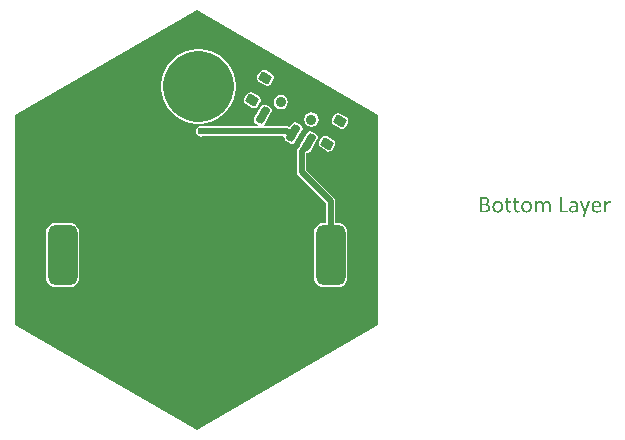
<source format=gbl>
G04*
G04 #@! TF.GenerationSoftware,Altium Limited,Altium Designer,20.1.14 (287)*
G04*
G04 Layer_Physical_Order=2*
G04 Layer_Color=16711680*
%FSLAX44Y44*%
%MOMM*%
G71*
G04*
G04 #@! TF.SameCoordinates,555A517A-9F76-4A69-B8FD-E90865B7C856*
G04*
G04*
G04 #@! TF.FilePolarity,Positive*
G04*
G01*
G75*
%ADD24C,0.5000*%
%ADD25C,0.6000*%
%ADD26C,0.9000*%
G04:AMPARAMS|DCode=27|XSize=0.8mm|YSize=1mm|CornerRadius=0.2mm|HoleSize=0mm|Usage=FLASHONLY|Rotation=240.000|XOffset=0mm|YOffset=0mm|HoleType=Round|Shape=RoundedRectangle|*
%AMROUNDEDRECTD27*
21,1,0.8000,0.6000,0,0,240.0*
21,1,0.4000,1.0000,0,0,240.0*
1,1,0.4000,-0.3598,-0.0232*
1,1,0.4000,-0.1598,0.3232*
1,1,0.4000,0.3598,0.0232*
1,1,0.4000,0.1598,-0.3232*
%
%ADD27ROUNDEDRECTD27*%
G04:AMPARAMS|DCode=28|XSize=0.7mm|YSize=1.5mm|CornerRadius=0.175mm|HoleSize=0mm|Usage=FLASHONLY|Rotation=330.000|XOffset=0mm|YOffset=0mm|HoleType=Round|Shape=RoundedRectangle|*
%AMROUNDEDRECTD28*
21,1,0.7000,1.1500,0,0,330.0*
21,1,0.3500,1.5000,0,0,330.0*
1,1,0.3500,-0.1360,-0.5855*
1,1,0.3500,-0.4391,-0.4105*
1,1,0.3500,0.1360,0.5855*
1,1,0.3500,0.4391,0.4105*
%
%ADD28ROUNDEDRECTD28*%
G04:AMPARAMS|DCode=29|XSize=2.5mm|YSize=5.1mm|CornerRadius=0.625mm|HoleSize=0mm|Usage=FLASHONLY|Rotation=0.000|XOffset=0mm|YOffset=0mm|HoleType=Round|Shape=RoundedRectangle|*
%AMROUNDEDRECTD29*
21,1,2.5000,3.8500,0,0,0.0*
21,1,1.2500,5.1000,0,0,0.0*
1,1,1.2500,0.6250,-1.9250*
1,1,1.2500,-0.6250,-1.9250*
1,1,1.2500,-0.6250,1.9250*
1,1,1.2500,0.6250,1.9250*
%
%ADD29ROUNDEDRECTD29*%
%ADD30C,17.8000*%
%ADD31C,0.2000*%
G36*
X153846Y88823D02*
Y-88823D01*
X0Y-177645D01*
X-153846Y-88823D01*
Y88823D01*
X0Y177645D01*
X153846Y88823D01*
D02*
G37*
G36*
X349473Y15897D02*
X349496D01*
X349566Y15874D01*
X349681Y15850D01*
X349797Y15827D01*
X349820D01*
X349913Y15804D01*
X350005Y15781D01*
X350121Y15735D01*
X350144D01*
X350213Y15712D01*
X350283Y15688D01*
X350329Y15642D01*
X350352D01*
X350375Y15619D01*
X350422Y15550D01*
X350445Y15526D01*
Y15434D01*
Y15411D01*
X350468Y15388D01*
Y15318D01*
Y15226D01*
Y15202D01*
X350491Y15133D01*
Y15041D01*
Y14879D01*
Y14832D01*
Y14740D01*
Y14624D01*
X350468Y14508D01*
Y14485D01*
Y14439D01*
X350422Y14277D01*
Y14254D01*
X350399Y14231D01*
X350352Y14138D01*
X350329Y14115D01*
X350237Y14092D01*
X350167D01*
X350028Y14138D01*
X350005D01*
X349959Y14161D01*
X349866Y14208D01*
X349774Y14231D01*
X349751D01*
X349681Y14254D01*
X349589Y14300D01*
X349450Y14323D01*
X349427D01*
X349334Y14346D01*
X349195Y14369D01*
X349010D01*
X348895Y14346D01*
X348756Y14323D01*
X348571Y14254D01*
X348524Y14231D01*
X348432Y14184D01*
X348270Y14069D01*
X348061Y13930D01*
X348015Y13884D01*
X347900Y13768D01*
X347714Y13560D01*
X347506Y13305D01*
X347483Y13282D01*
X347460Y13236D01*
X347390Y13166D01*
X347321Y13051D01*
X347229Y12912D01*
X347136Y12750D01*
X346881Y12379D01*
Y6456D01*
Y6433D01*
Y6410D01*
X346835Y6317D01*
X346812Y6294D01*
X346696Y6224D01*
X346673D01*
X346627Y6201D01*
X346557D01*
X346442Y6178D01*
X346349D01*
X346210Y6155D01*
X345771D01*
X345632Y6178D01*
X345609D01*
X345562Y6201D01*
X345401Y6224D01*
X345377D01*
X345354Y6248D01*
X345262Y6317D01*
Y6363D01*
X345238Y6456D01*
Y15457D01*
Y15480D01*
Y15503D01*
X345262Y15596D01*
X345285Y15619D01*
X345331Y15665D01*
X345377Y15688D01*
X345401D01*
X345447Y15712D01*
X345516Y15735D01*
X345609Y15758D01*
X345632D01*
X345701Y15781D01*
X346210D01*
X346326Y15758D01*
X346349D01*
X346419Y15735D01*
X346488Y15712D01*
X346557Y15688D01*
X346581D01*
X346604Y15665D01*
X346650Y15642D01*
X346673Y15596D01*
X346696Y15573D01*
X346719Y15457D01*
Y14138D01*
X346743Y14161D01*
X346789Y14231D01*
X346858Y14323D01*
X346951Y14462D01*
X347159Y14740D01*
X347414Y15017D01*
X347437Y15041D01*
X347460Y15087D01*
X347622Y15226D01*
X347807Y15388D01*
X348015Y15550D01*
X348038D01*
X348061Y15573D01*
X348200Y15665D01*
X348385Y15758D01*
X348594Y15827D01*
X348617D01*
X348640Y15850D01*
X348779Y15874D01*
X348964Y15897D01*
X349172Y15920D01*
X349357D01*
X349473Y15897D01*
D02*
G37*
G36*
X296923Y15897D02*
X297132Y15874D01*
X297363Y15850D01*
X297618Y15781D01*
X297849Y15712D01*
X298080Y15596D01*
X298104Y15573D01*
X298173Y15550D01*
X298289Y15480D01*
X298428Y15388D01*
X298566Y15272D01*
X298728Y15133D01*
X298890Y14971D01*
X299029Y14786D01*
X299052Y14763D01*
X299098Y14693D01*
X299145Y14578D01*
X299237Y14439D01*
X299330Y14277D01*
X299399Y14069D01*
X299492Y13837D01*
X299561Y13583D01*
Y13560D01*
X299584Y13467D01*
X299608Y13328D01*
X299654Y13143D01*
X299677Y12935D01*
X299700Y12703D01*
X299723Y12148D01*
Y6456D01*
Y6433D01*
Y6410D01*
X299677Y6317D01*
X299654Y6294D01*
X299538Y6224D01*
X299515D01*
X299469Y6201D01*
X299399D01*
X299284Y6178D01*
X299168D01*
X299052Y6155D01*
X298613D01*
X298474Y6178D01*
X298451D01*
X298381Y6201D01*
X298289D01*
X298219Y6224D01*
X298196D01*
X298173Y6248D01*
X298080Y6317D01*
Y6363D01*
X298057Y6456D01*
Y11917D01*
Y11940D01*
Y12009D01*
Y12125D01*
X298034Y12264D01*
X298011Y12611D01*
X297941Y12958D01*
Y12981D01*
X297918Y13051D01*
X297895Y13120D01*
X297872Y13236D01*
X297756Y13513D01*
X297618Y13768D01*
Y13791D01*
X297571Y13837D01*
X297479Y13976D01*
X297294Y14138D01*
X297062Y14300D01*
X297039D01*
X296993Y14323D01*
X296923Y14369D01*
X296831Y14393D01*
X296576Y14462D01*
X296276Y14485D01*
X296183D01*
X296067Y14462D01*
X295905Y14439D01*
X295743Y14369D01*
X295535Y14300D01*
X295327Y14184D01*
X295119Y14022D01*
X295095Y13999D01*
X295026Y13953D01*
X294910Y13837D01*
X294748Y13698D01*
X294563Y13513D01*
X294355Y13305D01*
X294123Y13051D01*
X293869Y12750D01*
Y6456D01*
Y6433D01*
Y6410D01*
X293823Y6317D01*
X293800Y6294D01*
X293684Y6224D01*
X293661D01*
X293615Y6201D01*
X293545D01*
X293429Y6178D01*
X293314D01*
X293198Y6155D01*
X292782D01*
X292643Y6178D01*
X292619D01*
X292550Y6201D01*
X292458D01*
X292388Y6224D01*
X292365D01*
X292342Y6248D01*
X292249Y6317D01*
Y6363D01*
X292226Y6456D01*
Y11917D01*
Y11940D01*
Y12009D01*
Y12125D01*
X292203Y12264D01*
X292180Y12611D01*
X292110Y12958D01*
Y12981D01*
X292087Y13051D01*
X292064Y13120D01*
X292018Y13236D01*
X291925Y13513D01*
X291763Y13768D01*
Y13791D01*
X291717Y13837D01*
X291625Y13976D01*
X291439Y14138D01*
X291208Y14300D01*
X291185D01*
X291162Y14323D01*
X291092Y14369D01*
X291000Y14393D01*
X290745Y14462D01*
X290421Y14485D01*
X290329D01*
X290213Y14462D01*
X290051Y14439D01*
X289889Y14369D01*
X289681Y14300D01*
X289473Y14184D01*
X289264Y14022D01*
X289241Y13999D01*
X289172Y13953D01*
X289056Y13837D01*
X288894Y13698D01*
X288709Y13513D01*
X288501Y13305D01*
X288269Y13051D01*
X288015Y12750D01*
Y6456D01*
Y6433D01*
Y6410D01*
X287969Y6317D01*
X287945Y6294D01*
X287830Y6224D01*
X287806D01*
X287760Y6201D01*
X287691D01*
X287575Y6178D01*
X287482D01*
X287344Y6155D01*
X286904D01*
X286765Y6178D01*
X286742D01*
X286696Y6201D01*
X286534Y6224D01*
X286511D01*
X286488Y6248D01*
X286395Y6317D01*
Y6363D01*
X286372Y6456D01*
Y15457D01*
Y15480D01*
Y15503D01*
X286395Y15596D01*
X286418Y15619D01*
X286464Y15665D01*
X286511Y15688D01*
X286534D01*
X286580Y15712D01*
X286649Y15735D01*
X286742Y15758D01*
X286765D01*
X286835Y15781D01*
X287344D01*
X287459Y15758D01*
X287482D01*
X287552Y15735D01*
X287621Y15712D01*
X287691Y15688D01*
X287714D01*
X287737Y15665D01*
X287783Y15642D01*
X287806Y15596D01*
X287830Y15573D01*
X287853Y15457D01*
Y14277D01*
X287876Y14323D01*
X287992Y14416D01*
X288130Y14555D01*
X288316Y14740D01*
X288524Y14948D01*
X288778Y15156D01*
X289033Y15341D01*
X289310Y15503D01*
X289334Y15526D01*
X289426Y15573D01*
X289588Y15642D01*
X289773Y15712D01*
X289982Y15781D01*
X290236Y15850D01*
X290491Y15897D01*
X290768Y15920D01*
X290977D01*
X291092Y15897D01*
X291416Y15874D01*
X291763Y15781D01*
X291786D01*
X291833Y15758D01*
X291925Y15735D01*
X292041Y15688D01*
X292295Y15573D01*
X292550Y15411D01*
X292573D01*
X292619Y15365D01*
X292758Y15249D01*
X292943Y15087D01*
X293129Y14855D01*
X293152Y14832D01*
X293175Y14809D01*
X293221Y14740D01*
X293267Y14647D01*
X293406Y14416D01*
X293545Y14138D01*
X293568Y14161D01*
X293615Y14231D01*
X293707Y14300D01*
X293823Y14416D01*
X294077Y14693D01*
X294378Y14948D01*
X294401Y14971D01*
X294447Y15017D01*
X294540Y15064D01*
X294633Y15156D01*
X294887Y15318D01*
X295165Y15503D01*
X295188D01*
X295234Y15550D01*
X295304Y15573D01*
X295396Y15619D01*
X295651Y15712D01*
X295905Y15804D01*
X295928D01*
X295975Y15827D01*
X296044Y15850D01*
X296137Y15874D01*
X296345Y15897D01*
X296623Y15920D01*
X296761D01*
X296923Y15897D01*
D02*
G37*
G36*
X332674Y15758D02*
X332813Y15735D01*
X332836D01*
X332905Y15712D01*
X332998Y15688D01*
X333067Y15642D01*
X333090Y15619D01*
X333113Y15596D01*
X333137Y15526D01*
X333160Y15457D01*
Y15434D01*
Y15388D01*
X333137Y15272D01*
X333090Y15156D01*
X329874Y6224D01*
X328671Y2939D01*
X328647Y2916D01*
X328601Y2846D01*
X328509Y2754D01*
X328347Y2684D01*
X328300Y2661D01*
X328162Y2638D01*
X328069Y2615D01*
X327953D01*
X327791Y2591D01*
X327467D01*
X327329Y2615D01*
X327190Y2638D01*
X327167D01*
X327120Y2661D01*
X326958Y2730D01*
X326935D01*
X326912Y2777D01*
X326866Y2800D01*
X326843Y2869D01*
Y2892D01*
Y2939D01*
X326866Y3008D01*
X326912Y3101D01*
X328139Y6224D01*
X328092Y6248D01*
X328046Y6294D01*
X327976Y6340D01*
Y6363D01*
X327930Y6410D01*
X327861Y6525D01*
X324668Y15133D01*
X324644Y15179D01*
X324621Y15249D01*
X324598Y15365D01*
X324575Y15457D01*
Y15480D01*
Y15526D01*
X324598Y15596D01*
X324644Y15642D01*
X324668Y15665D01*
X324714Y15688D01*
X324806Y15712D01*
X324922Y15735D01*
X324945D01*
X325061Y15758D01*
X325200Y15781D01*
X325732D01*
X325871Y15758D01*
X325894D01*
X325963Y15735D01*
X326056Y15712D01*
X326125Y15688D01*
X326148D01*
X326195Y15665D01*
X326241Y15642D01*
X326287Y15573D01*
Y15550D01*
X326310Y15526D01*
X326380Y15388D01*
X328948Y8168D01*
X328971D01*
X331470Y15411D01*
Y15434D01*
X331494Y15526D01*
X331540Y15596D01*
X331586Y15665D01*
X331609D01*
X331656Y15688D01*
X331725Y15712D01*
X331841Y15735D01*
X331887D01*
X331980Y15758D01*
X332142Y15781D01*
X332512D01*
X332674Y15758D01*
D02*
G37*
G36*
X308655Y19206D02*
X308794Y19182D01*
X308817D01*
X308887Y19159D01*
X308979Y19136D01*
X309049Y19113D01*
X309072D01*
X309118Y19090D01*
X309164Y19067D01*
X309210Y19021D01*
X309234Y18997D01*
X309257Y18905D01*
Y7705D01*
X313931Y7705D01*
X314047Y7659D01*
X314070D01*
X314093Y7636D01*
X314162Y7520D01*
Y7497D01*
X314185Y7451D01*
X314209Y7381D01*
X314232Y7289D01*
Y7266D01*
X314255Y7196D01*
Y7104D01*
Y6965D01*
Y6942D01*
Y6849D01*
Y6733D01*
X314232Y6618D01*
Y6595D01*
X314209Y6548D01*
X314162Y6386D01*
Y6363D01*
X314139Y6340D01*
X314047Y6248D01*
X314000D01*
X313885Y6224D01*
X308123Y6224D01*
X308030Y6248D01*
X307892Y6294D01*
X307729Y6363D01*
X307706Y6386D01*
X307637Y6502D01*
X307568Y6664D01*
X307544Y6919D01*
Y18905D01*
Y18928D01*
Y18951D01*
X307568Y19021D01*
Y19044D01*
X307614Y19067D01*
X307706Y19113D01*
X307729D01*
X307776Y19136D01*
X307868Y19159D01*
X307984Y19182D01*
X308007D01*
X308100Y19206D01*
X308239Y19229D01*
X308539D01*
X308655Y19206D01*
D02*
G37*
G36*
X244374Y19136D02*
X244675Y19113D01*
X244999Y19067D01*
X245299Y18997D01*
X245600Y18928D01*
X245623D01*
X245716Y18882D01*
X245855Y18835D01*
X246040Y18766D01*
X246433Y18558D01*
X246642Y18419D01*
X246827Y18280D01*
X246850Y18257D01*
X246919Y18211D01*
X247012Y18118D01*
X247104Y18002D01*
X247243Y17840D01*
X247359Y17655D01*
X247474Y17470D01*
X247590Y17239D01*
X247613Y17216D01*
X247637Y17123D01*
X247683Y17007D01*
X247729Y16845D01*
X247775Y16637D01*
X247799Y16406D01*
X247845Y16151D01*
Y15874D01*
Y15850D01*
Y15804D01*
Y15712D01*
X247822Y15596D01*
X247799Y15318D01*
X247729Y14994D01*
Y14971D01*
X247706Y14925D01*
X247683Y14832D01*
X247637Y14740D01*
X247544Y14485D01*
X247382Y14208D01*
Y14184D01*
X247336Y14161D01*
X247243Y13999D01*
X247081Y13791D01*
X246850Y13583D01*
X246827D01*
X246803Y13536D01*
X246734Y13490D01*
X246642Y13421D01*
X246410Y13282D01*
X246109Y13120D01*
X246132D01*
X246202Y13097D01*
X246294Y13074D01*
X246433Y13051D01*
X246757Y12935D01*
X247104Y12750D01*
X247127D01*
X247174Y12703D01*
X247266Y12657D01*
X247382Y12565D01*
X247637Y12356D01*
X247891Y12079D01*
X247914Y12055D01*
X247960Y12009D01*
X248007Y11917D01*
X248099Y11801D01*
X248169Y11662D01*
X248261Y11500D01*
X248446Y11107D01*
Y11084D01*
X248470Y11014D01*
X248516Y10899D01*
X248562Y10760D01*
X248585Y10575D01*
X248631Y10389D01*
X248655Y9927D01*
Y9904D01*
Y9811D01*
Y9695D01*
X248631Y9556D01*
X248608Y9371D01*
X248585Y9186D01*
X248493Y8793D01*
Y8770D01*
X248470Y8700D01*
X248423Y8608D01*
X248377Y8492D01*
X248238Y8191D01*
X248053Y7867D01*
X248030Y7844D01*
X248007Y7798D01*
X247937Y7728D01*
X247868Y7613D01*
X247660Y7381D01*
X247382Y7150D01*
X247359Y7127D01*
X247313Y7104D01*
X247220Y7034D01*
X247127Y6965D01*
X246989Y6895D01*
X246827Y6803D01*
X246479Y6641D01*
X246456D01*
X246387Y6618D01*
X246294Y6571D01*
X246156Y6525D01*
X246017Y6479D01*
X245832Y6410D01*
X245415Y6317D01*
X245392D01*
X245322Y6294D01*
X245207D01*
X245045Y6271D01*
X244860Y6248D01*
X244628D01*
X244397Y6224D01*
X240695D01*
X240602Y6248D01*
X240463Y6294D01*
X240301Y6363D01*
X240278Y6386D01*
X240209Y6502D01*
X240139Y6664D01*
X240116Y6919D01*
Y18442D01*
Y18465D01*
Y18511D01*
X240139Y18650D01*
X240186Y18835D01*
X240301Y18997D01*
X240348Y19021D01*
X240440Y19090D01*
X240579Y19136D01*
X240741Y19159D01*
X244119D01*
X244374Y19136D01*
D02*
G37*
G36*
X319762Y15897D02*
X320017Y15874D01*
X320294Y15827D01*
X320572Y15758D01*
X320826Y15688D01*
X320849D01*
X320942Y15642D01*
X321058Y15596D01*
X321220Y15526D01*
X321590Y15318D01*
X321775Y15179D01*
X321937Y15041D01*
X321960Y15017D01*
X322006Y14971D01*
X322076Y14879D01*
X322169Y14763D01*
X322261Y14601D01*
X322377Y14416D01*
X322469Y14208D01*
X322539Y13976D01*
Y13953D01*
X322562Y13860D01*
X322608Y13745D01*
X322654Y13560D01*
X322678Y13351D01*
X322724Y13097D01*
X322747Y12819D01*
Y12518D01*
Y6433D01*
Y6410D01*
Y6363D01*
X322701Y6317D01*
X322654Y6271D01*
X322631D01*
X322608Y6248D01*
X322539Y6224D01*
X322423Y6201D01*
X322400D01*
X322331Y6178D01*
X322192Y6155D01*
X321891D01*
X321752Y6178D01*
X321613Y6201D01*
X321590D01*
X321521Y6224D01*
X321451Y6248D01*
X321382Y6271D01*
X321359Y6317D01*
X321335Y6363D01*
X321312Y6433D01*
Y7335D01*
X321289Y7312D01*
X321220Y7243D01*
X321081Y7127D01*
X320942Y6988D01*
X320734Y6826D01*
X320503Y6664D01*
X320271Y6502D01*
X319993Y6363D01*
X319970Y6340D01*
X319878Y6317D01*
X319716Y6271D01*
X319531Y6201D01*
X319299Y6132D01*
X319045Y6086D01*
X318767Y6062D01*
X318466Y6039D01*
X318212D01*
X318027Y6062D01*
X317841Y6086D01*
X317610Y6109D01*
X317170Y6224D01*
X317147D01*
X317078Y6248D01*
X316962Y6294D01*
X316846Y6340D01*
X316523Y6502D01*
X316199Y6733D01*
X316175Y6757D01*
X316129Y6803D01*
X316060Y6872D01*
X315967Y6988D01*
X315875Y7104D01*
X315759Y7266D01*
X315574Y7613D01*
Y7636D01*
X315551Y7705D01*
X315504Y7798D01*
X315481Y7960D01*
X315435Y8122D01*
X315389Y8307D01*
X315366Y8770D01*
Y8793D01*
Y8885D01*
X315389Y9024D01*
X315412Y9209D01*
X315435Y9418D01*
X315504Y9626D01*
X315574Y9857D01*
X315666Y10066D01*
X315690Y10089D01*
X315713Y10158D01*
X315782Y10274D01*
X315898Y10413D01*
X316013Y10552D01*
X316175Y10713D01*
X316337Y10875D01*
X316546Y11014D01*
X316569Y11037D01*
X316661Y11084D01*
X316777Y11153D01*
X316939Y11222D01*
X317147Y11315D01*
X317379Y11408D01*
X317656Y11500D01*
X317957Y11570D01*
X318003D01*
X318119Y11593D01*
X318281Y11639D01*
X318512Y11662D01*
X318790Y11709D01*
X319114Y11732D01*
X319484Y11755D01*
X321104D01*
Y12449D01*
Y12472D01*
Y12542D01*
Y12634D01*
X321081Y12750D01*
X321058Y13051D01*
X320988Y13351D01*
Y13375D01*
X320965Y13421D01*
X320942Y13490D01*
X320896Y13583D01*
X320780Y13814D01*
X320618Y14022D01*
Y14045D01*
X320572Y14069D01*
X320456Y14184D01*
X320248Y14323D01*
X319993Y14439D01*
X319970D01*
X319924Y14462D01*
X319831Y14485D01*
X319739Y14508D01*
X319600Y14532D01*
X319438Y14555D01*
X319045Y14578D01*
X318813D01*
X318674Y14555D01*
X318304Y14508D01*
X317934Y14416D01*
X317911D01*
X317865Y14393D01*
X317772Y14369D01*
X317656Y14323D01*
X317379Y14231D01*
X317101Y14092D01*
X317078D01*
X317031Y14069D01*
X316962Y14045D01*
X316893Y13999D01*
X316684Y13907D01*
X316476Y13791D01*
X316430Y13768D01*
X316337Y13722D01*
X316222Y13675D01*
X316129Y13652D01*
X316083D01*
X315967Y13675D01*
X315944Y13698D01*
X315875Y13791D01*
Y13814D01*
X315851Y13860D01*
X315805Y13999D01*
Y14022D01*
Y14092D01*
Y14184D01*
Y14277D01*
Y14300D01*
Y14323D01*
Y14416D01*
Y14555D01*
X315828Y14670D01*
Y14693D01*
X315875Y14763D01*
X315921Y14855D01*
X315990Y14948D01*
X316013Y14971D01*
X316106Y15041D01*
X316245Y15133D01*
X316453Y15249D01*
X316476D01*
X316523Y15272D01*
X316592Y15318D01*
X316684Y15365D01*
X316916Y15457D01*
X317217Y15573D01*
X317240D01*
X317286Y15596D01*
X317379Y15619D01*
X317494Y15665D01*
X317633Y15688D01*
X317795Y15735D01*
X318165Y15804D01*
X318188D01*
X318258Y15827D01*
X318351Y15850D01*
X318489Y15874D01*
X318628D01*
X318813Y15897D01*
X319184Y15920D01*
X319531D01*
X319762Y15897D01*
D02*
G37*
G36*
X270313Y18164D02*
X270336D01*
X270406Y18141D01*
X270498Y18118D01*
X270568Y18095D01*
X270591D01*
X270614Y18072D01*
X270707Y17979D01*
X270730Y17956D01*
X270753Y17864D01*
Y15735D01*
X273090D01*
X273182Y15688D01*
X273206D01*
X273229Y15665D01*
X273298Y15550D01*
Y15526D01*
X273321Y15503D01*
X273344Y15434D01*
X273368Y15341D01*
Y15318D01*
X273391Y15272D01*
Y15156D01*
Y15041D01*
Y15017D01*
Y14971D01*
Y14832D01*
X273344Y14670D01*
X273298Y14508D01*
X273275Y14485D01*
X273229Y14439D01*
X273159Y14393D01*
X273043Y14369D01*
X270753D01*
Y9348D01*
Y9302D01*
Y9186D01*
X270776Y9024D01*
Y8816D01*
X270868Y8353D01*
X270915Y8145D01*
X271007Y7937D01*
X271030Y7914D01*
X271054Y7867D01*
X271123Y7798D01*
X271239Y7705D01*
X271378Y7613D01*
X271539Y7543D01*
X271748Y7497D01*
X272002Y7474D01*
X272257D01*
X272396Y7497D01*
X272419D01*
X272511Y7520D01*
X272604Y7566D01*
X272720Y7590D01*
X272743Y7613D01*
X272812Y7636D01*
X272951Y7705D01*
X272974D01*
X273020Y7728D01*
X273159Y7752D01*
X273182D01*
X273252Y7705D01*
X273275Y7682D01*
X273321Y7613D01*
Y7590D01*
X273344Y7566D01*
X273368Y7428D01*
Y7405D01*
X273391Y7358D01*
Y7243D01*
Y7127D01*
Y7081D01*
Y6965D01*
X273368Y6826D01*
X273344Y6664D01*
Y6641D01*
X273321Y6571D01*
X273275Y6479D01*
X273206Y6410D01*
X273182D01*
X273159Y6363D01*
X273090Y6317D01*
X272974Y6271D01*
X272951D01*
X272858Y6248D01*
X272743Y6224D01*
X272604Y6178D01*
X272581D01*
X272488Y6155D01*
X272349Y6132D01*
X272187Y6109D01*
X272141D01*
X272049Y6086D01*
X271887Y6062D01*
X271470D01*
X271308Y6086D01*
X271123Y6109D01*
X270915Y6132D01*
X270521Y6224D01*
X270498D01*
X270452Y6271D01*
X270359Y6294D01*
X270244Y6363D01*
X269966Y6548D01*
X269711Y6780D01*
X269688Y6803D01*
X269665Y6849D01*
X269596Y6942D01*
X269526Y7057D01*
X269457Y7196D01*
X269387Y7358D01*
X269249Y7752D01*
Y7775D01*
X269226Y7844D01*
X269202Y7983D01*
X269179Y8145D01*
X269156Y8330D01*
X269133Y8561D01*
X269110Y8816D01*
Y9094D01*
Y14369D01*
X267814D01*
X267745Y14393D01*
X267652Y14439D01*
X267583Y14508D01*
Y14531D01*
X267560Y14647D01*
X267536Y14809D01*
X267513Y15041D01*
Y15064D01*
Y15156D01*
Y15249D01*
X267536Y15341D01*
Y15365D01*
X267560Y15411D01*
Y15480D01*
X267583Y15550D01*
Y15573D01*
X267606Y15596D01*
X267698Y15688D01*
X267722D01*
X267745Y15712D01*
X267837Y15735D01*
X269110D01*
Y17864D01*
Y17887D01*
Y17910D01*
X269133Y17979D01*
Y18002D01*
X269179Y18025D01*
X269272Y18095D01*
X269295D01*
X269341Y18118D01*
X269411Y18141D01*
X269503Y18164D01*
X269526D01*
X269619Y18188D01*
X270197D01*
X270313Y18164D01*
D02*
G37*
G36*
X263464D02*
X263487D01*
X263556Y18141D01*
X263649Y18118D01*
X263718Y18095D01*
X263741D01*
X263765Y18072D01*
X263857Y17979D01*
X263880Y17956D01*
X263904Y17864D01*
Y15735D01*
X266241D01*
X266333Y15688D01*
X266356D01*
X266379Y15665D01*
X266449Y15550D01*
Y15526D01*
X266472Y15503D01*
X266495Y15434D01*
X266518Y15341D01*
Y15318D01*
X266541Y15272D01*
Y15156D01*
Y15041D01*
Y15017D01*
Y14971D01*
Y14832D01*
X266495Y14670D01*
X266449Y14508D01*
X266426Y14485D01*
X266379Y14439D01*
X266310Y14393D01*
X266194Y14369D01*
X263904D01*
Y9348D01*
Y9302D01*
Y9186D01*
X263927Y9024D01*
Y8816D01*
X264019Y8353D01*
X264065Y8145D01*
X264158Y7937D01*
X264181Y7914D01*
X264204Y7867D01*
X264274Y7798D01*
X264389Y7705D01*
X264528Y7613D01*
X264690Y7543D01*
X264898Y7497D01*
X265153Y7474D01*
X265408D01*
X265546Y7497D01*
X265569D01*
X265662Y7520D01*
X265755Y7566D01*
X265870Y7590D01*
X265893Y7613D01*
X265963Y7636D01*
X266102Y7705D01*
X266125D01*
X266171Y7728D01*
X266310Y7752D01*
X266333D01*
X266402Y7705D01*
X266426Y7682D01*
X266472Y7613D01*
Y7590D01*
X266495Y7566D01*
X266518Y7428D01*
Y7405D01*
X266541Y7358D01*
Y7243D01*
Y7127D01*
Y7081D01*
Y6965D01*
X266518Y6826D01*
X266495Y6664D01*
Y6641D01*
X266472Y6571D01*
X266426Y6479D01*
X266356Y6410D01*
X266333D01*
X266310Y6363D01*
X266241Y6317D01*
X266125Y6271D01*
X266102D01*
X266009Y6248D01*
X265893Y6224D01*
X265755Y6178D01*
X265732D01*
X265639Y6155D01*
X265500Y6132D01*
X265338Y6109D01*
X265292D01*
X265199Y6086D01*
X265037Y6062D01*
X264621D01*
X264459Y6086D01*
X264274Y6109D01*
X264065Y6132D01*
X263672Y6224D01*
X263649D01*
X263603Y6271D01*
X263510Y6294D01*
X263394Y6363D01*
X263117Y6548D01*
X262862Y6780D01*
X262839Y6803D01*
X262816Y6849D01*
X262747Y6942D01*
X262677Y7057D01*
X262608Y7196D01*
X262538Y7358D01*
X262399Y7752D01*
Y7775D01*
X262376Y7844D01*
X262353Y7983D01*
X262330Y8145D01*
X262307Y8330D01*
X262284Y8561D01*
X262261Y8816D01*
Y9094D01*
Y14369D01*
X260965D01*
X260895Y14393D01*
X260803Y14439D01*
X260733Y14508D01*
Y14531D01*
X260710Y14647D01*
X260687Y14809D01*
X260664Y15041D01*
Y15064D01*
Y15156D01*
Y15249D01*
X260687Y15341D01*
Y15365D01*
X260710Y15411D01*
Y15480D01*
X260733Y15550D01*
Y15573D01*
X260756Y15596D01*
X260849Y15688D01*
X260872D01*
X260895Y15712D01*
X260988Y15735D01*
X262261D01*
Y17864D01*
Y17887D01*
Y17910D01*
X262284Y17979D01*
Y18002D01*
X262330Y18025D01*
X262423Y18095D01*
X262446D01*
X262492Y18118D01*
X262561Y18141D01*
X262654Y18164D01*
X262677D01*
X262770Y18188D01*
X263348D01*
X263464Y18164D01*
D02*
G37*
G36*
X339130Y15897D02*
X339384Y15874D01*
X339662Y15827D01*
X339963Y15781D01*
X340263Y15688D01*
X340564Y15573D01*
X340588Y15550D01*
X340703Y15503D01*
X340842Y15434D01*
X341004Y15318D01*
X341189Y15202D01*
X341397Y15041D01*
X341606Y14855D01*
X341791Y14647D01*
X341814Y14624D01*
X341860Y14555D01*
X341953Y14416D01*
X342068Y14254D01*
X342184Y14069D01*
X342300Y13837D01*
X342416Y13583D01*
X342508Y13305D01*
Y13282D01*
X342554Y13166D01*
X342577Y13027D01*
X342624Y12819D01*
X342670Y12565D01*
X342693Y12287D01*
X342739Y11986D01*
Y11662D01*
Y11361D01*
Y11338D01*
Y11292D01*
X342716Y11153D01*
X342647Y10968D01*
X342531Y10806D01*
X342508Y10783D01*
X342416Y10737D01*
X342277Y10667D01*
X342091Y10644D01*
X336168D01*
Y10621D01*
Y10505D01*
Y10366D01*
X336191Y10181D01*
Y9973D01*
X336237Y9742D01*
X336307Y9279D01*
Y9256D01*
X336330Y9186D01*
X336376Y9071D01*
X336422Y8932D01*
X336584Y8585D01*
X336816Y8238D01*
X336839Y8214D01*
X336885Y8168D01*
X336955Y8099D01*
X337070Y8006D01*
X337186Y7890D01*
X337348Y7798D01*
X337718Y7590D01*
X337741D01*
X337811Y7566D01*
X337950Y7520D01*
X338111Y7497D01*
X338320Y7451D01*
X338551Y7405D01*
X338806Y7381D01*
X339338D01*
X339500Y7405D01*
X339870Y7428D01*
X340240Y7474D01*
X340263D01*
X340333Y7497D01*
X340425Y7520D01*
X340541Y7543D01*
X340819Y7613D01*
X341120Y7705D01*
X341143D01*
X341189Y7728D01*
X341328Y7798D01*
X341536Y7867D01*
X341721Y7937D01*
X341744D01*
X341768Y7960D01*
X341860Y8006D01*
X341976Y8029D01*
X342091Y8052D01*
X342138D01*
X342207Y8006D01*
X342230D01*
X342253Y7983D01*
X342300Y7890D01*
Y7867D01*
X342323Y7844D01*
X342346Y7705D01*
Y7682D01*
X342369Y7636D01*
Y7520D01*
Y7405D01*
Y7381D01*
Y7335D01*
X342346Y7173D01*
Y7150D01*
Y7127D01*
X342323Y6988D01*
X342300Y6942D01*
X342253Y6849D01*
X342230Y6826D01*
X342184Y6757D01*
X342138Y6710D01*
X342022Y6664D01*
X341860Y6571D01*
X341837D01*
X341814Y6548D01*
X341744Y6525D01*
X341675Y6502D01*
X341444Y6433D01*
X341143Y6340D01*
X341120D01*
X341073Y6317D01*
X340981Y6294D01*
X340865Y6271D01*
X340726Y6248D01*
X340541Y6201D01*
X340148Y6132D01*
X340125D01*
X340055Y6109D01*
X339940D01*
X339801Y6086D01*
X339616Y6062D01*
X339407D01*
X338945Y6039D01*
X338759D01*
X338551Y6062D01*
X338297Y6086D01*
X337973Y6109D01*
X337649Y6178D01*
X337325Y6248D01*
X337001Y6340D01*
X336955Y6363D01*
X336862Y6386D01*
X336700Y6479D01*
X336515Y6571D01*
X336283Y6687D01*
X336052Y6849D01*
X335821Y7034D01*
X335589Y7243D01*
X335566Y7266D01*
X335497Y7358D01*
X335404Y7497D01*
X335265Y7659D01*
X335127Y7890D01*
X334988Y8145D01*
X334849Y8446D01*
X334733Y8770D01*
Y8816D01*
X334687Y8932D01*
X334641Y9117D01*
X334594Y9395D01*
X334548Y9695D01*
X334502Y10066D01*
X334479Y10482D01*
X334455Y10922D01*
Y10945D01*
Y10968D01*
Y11107D01*
X334479Y11338D01*
X334502Y11616D01*
X334525Y11940D01*
X334571Y12287D01*
X334641Y12657D01*
X334733Y13004D01*
X334756Y13051D01*
X334780Y13166D01*
X334849Y13328D01*
X334965Y13560D01*
X335080Y13791D01*
X335219Y14069D01*
X335404Y14323D01*
X335589Y14578D01*
X335612Y14601D01*
X335682Y14693D01*
X335821Y14809D01*
X335983Y14948D01*
X336168Y15110D01*
X336399Y15272D01*
X336677Y15434D01*
X336955Y15573D01*
X337001Y15596D01*
X337093Y15619D01*
X337255Y15688D01*
X337487Y15758D01*
X337741Y15804D01*
X338065Y15874D01*
X338389Y15897D01*
X338759Y15920D01*
X338945D01*
X339130Y15897D01*
D02*
G37*
G36*
X279916Y15897D02*
X280170Y15874D01*
X280471Y15827D01*
X280795Y15781D01*
X281119Y15688D01*
X281443Y15573D01*
X281489Y15550D01*
X281582Y15503D01*
X281744Y15434D01*
X281929Y15341D01*
X282160Y15202D01*
X282392Y15041D01*
X282623Y14855D01*
X282831Y14624D01*
X282855Y14601D01*
X282924Y14508D01*
X283017Y14369D01*
X283155Y14208D01*
X283271Y13976D01*
X283410Y13722D01*
X283549Y13421D01*
X283664Y13097D01*
X283688Y13051D01*
X283711Y12935D01*
X283757Y12750D01*
X283803Y12495D01*
X283850Y12194D01*
X283896Y11847D01*
X283942Y11477D01*
Y11061D01*
Y11037D01*
Y11014D01*
Y10875D01*
X283919Y10667D01*
X283896Y10413D01*
X283873Y10089D01*
X283827Y9765D01*
X283734Y9395D01*
X283641Y9047D01*
X283618Y9001D01*
X283595Y8885D01*
X283526Y8723D01*
X283410Y8492D01*
X283294Y8261D01*
X283155Y7983D01*
X282970Y7705D01*
X282762Y7451D01*
X282739Y7428D01*
X282670Y7335D01*
X282531Y7219D01*
X282369Y7081D01*
X282160Y6895D01*
X281929Y6733D01*
X281651Y6571D01*
X281327Y6410D01*
X281281Y6386D01*
X281166Y6363D01*
X281003Y6294D01*
X280749Y6224D01*
X280471Y6155D01*
X280124Y6109D01*
X279754Y6062D01*
X279338Y6039D01*
X279152D01*
X278944Y6062D01*
X278690Y6086D01*
X278366Y6109D01*
X278042Y6178D01*
X277718Y6248D01*
X277394Y6363D01*
X277348Y6386D01*
X277255Y6433D01*
X277093Y6502D01*
X276908Y6595D01*
X276700Y6733D01*
X276468Y6895D01*
X276237Y7104D01*
X276005Y7312D01*
X275982Y7335D01*
X275913Y7428D01*
X275820Y7566D01*
X275705Y7728D01*
X275566Y7960D01*
X275450Y8214D01*
X275311Y8515D01*
X275196Y8839D01*
Y8885D01*
X275149Y9001D01*
X275126Y9186D01*
X275080Y9441D01*
X275033Y9742D01*
X274987Y10089D01*
X274964Y10459D01*
X274941Y10875D01*
Y10899D01*
Y10922D01*
Y11061D01*
X274964Y11269D01*
X274987Y11546D01*
X275010Y11870D01*
X275057Y12194D01*
X275126Y12565D01*
X275219Y12912D01*
X275242Y12958D01*
X275265Y13074D01*
X275334Y13236D01*
X275427Y13467D01*
X275543Y13698D01*
X275705Y13976D01*
X275867Y14254D01*
X276075Y14508D01*
X276098Y14531D01*
X276190Y14624D01*
X276306Y14740D01*
X276468Y14902D01*
X276676Y15064D01*
X276931Y15226D01*
X277209Y15411D01*
X277509Y15550D01*
X277556Y15573D01*
X277671Y15619D01*
X277833Y15665D01*
X278088Y15735D01*
X278389Y15804D01*
X278713Y15874D01*
X279106Y15897D01*
X279523Y15920D01*
X279708D01*
X279916Y15897D01*
D02*
G37*
G36*
X255411D02*
X255666Y15874D01*
X255967Y15827D01*
X256291Y15781D01*
X256615Y15688D01*
X256938Y15573D01*
X256985Y15550D01*
X257077Y15503D01*
X257239Y15434D01*
X257425Y15341D01*
X257656Y15202D01*
X257887Y15041D01*
X258119Y14855D01*
X258327Y14624D01*
X258350Y14601D01*
X258419Y14508D01*
X258512Y14369D01*
X258651Y14208D01*
X258766Y13976D01*
X258905Y13722D01*
X259044Y13421D01*
X259160Y13097D01*
X259183Y13051D01*
X259206Y12935D01*
X259252Y12750D01*
X259299Y12495D01*
X259345Y12194D01*
X259391Y11847D01*
X259438Y11477D01*
Y11061D01*
Y11037D01*
Y11014D01*
Y10875D01*
X259414Y10667D01*
X259391Y10413D01*
X259368Y10089D01*
X259322Y9765D01*
X259229Y9395D01*
X259137Y9047D01*
X259114Y9001D01*
X259090Y8885D01*
X259021Y8723D01*
X258905Y8492D01*
X258790Y8261D01*
X258651Y7983D01*
X258466Y7705D01*
X258258Y7451D01*
X258234Y7428D01*
X258165Y7335D01*
X258026Y7219D01*
X257864Y7081D01*
X257656Y6895D01*
X257425Y6733D01*
X257147Y6571D01*
X256823Y6410D01*
X256777Y6386D01*
X256661Y6363D01*
X256499Y6294D01*
X256244Y6224D01*
X255967Y6155D01*
X255620Y6109D01*
X255249Y6062D01*
X254833Y6039D01*
X254648D01*
X254440Y6062D01*
X254185Y6086D01*
X253861Y6109D01*
X253537Y6178D01*
X253213Y6248D01*
X252889Y6363D01*
X252843Y6386D01*
X252750Y6433D01*
X252588Y6502D01*
X252403Y6595D01*
X252195Y6733D01*
X251964Y6895D01*
X251732Y7104D01*
X251501Y7312D01*
X251478Y7335D01*
X251408Y7428D01*
X251316Y7566D01*
X251200Y7728D01*
X251061Y7960D01*
X250945Y8214D01*
X250807Y8515D01*
X250691Y8839D01*
Y8885D01*
X250645Y9001D01*
X250621Y9186D01*
X250575Y9441D01*
X250529Y9742D01*
X250483Y10089D01*
X250459Y10459D01*
X250436Y10875D01*
Y10899D01*
Y10922D01*
Y11061D01*
X250459Y11269D01*
X250483Y11546D01*
X250506Y11870D01*
X250552Y12194D01*
X250621Y12565D01*
X250714Y12912D01*
X250737Y12958D01*
X250760Y13074D01*
X250830Y13236D01*
X250922Y13467D01*
X251038Y13698D01*
X251200Y13976D01*
X251362Y14254D01*
X251570Y14508D01*
X251593Y14531D01*
X251686Y14624D01*
X251802Y14740D01*
X251964Y14902D01*
X252172Y15064D01*
X252426Y15226D01*
X252704Y15411D01*
X253005Y15550D01*
X253051Y15573D01*
X253167Y15619D01*
X253329Y15665D01*
X253583Y15735D01*
X253884Y15804D01*
X254208Y15874D01*
X254601Y15897D01*
X255018Y15920D01*
X255203D01*
X255411Y15897D01*
D02*
G37*
%LPC*%
G36*
X3466Y144489D02*
X-466D01*
X-570Y144446D01*
X-678Y144475D01*
X-4577Y143962D01*
X-4674Y143906D01*
X-4785Y143921D01*
X-8584Y142903D01*
X-8673Y142835D01*
X-8785D01*
X-12418Y141330D01*
X-12498Y141250D01*
X-12609Y141236D01*
X-16015Y139269D01*
X-16083Y139180D01*
X-16191Y139151D01*
X-19311Y136757D01*
X-19367Y136660D01*
X-19471Y136617D01*
X-22252Y133836D01*
X-22294Y133733D01*
X-22392Y133677D01*
X-24786Y130557D01*
X-24815Y130449D01*
X-24904Y130380D01*
X-26870Y126974D01*
X-26885Y126863D01*
X-26964Y126784D01*
X-28469Y123151D01*
Y123039D01*
X-28537Y122950D01*
X-29555Y119151D01*
X-29540Y119040D01*
X-29596Y118943D01*
X-30110Y115044D01*
X-30081Y114936D01*
X-30124Y114832D01*
Y110899D01*
X-30081Y110796D01*
X-30110Y110687D01*
X-29596Y106789D01*
X-29540Y106691D01*
X-29555Y106580D01*
X-28537Y102782D01*
X-28469Y102693D01*
Y102580D01*
X-26964Y98947D01*
X-26885Y98868D01*
X-26870Y98757D01*
X-24904Y95351D01*
X-24815Y95283D01*
X-24786Y95174D01*
X-22392Y92055D01*
X-22294Y91998D01*
X-22252Y91895D01*
X-19471Y89114D01*
X-19367Y89071D01*
X-19311Y88974D01*
X-16191Y86580D01*
X-16083Y86551D01*
X-16015Y86462D01*
X-12609Y84496D01*
X-12498Y84481D01*
X-12418Y84402D01*
X-8785Y82897D01*
X-8673D01*
X-8584Y82829D01*
X-4785Y81811D01*
X-4674Y81825D01*
X-4577Y81769D01*
X-678Y81256D01*
X-570Y81285D01*
X-466Y81242D01*
X3466D01*
X3570Y81285D01*
X3678Y81256D01*
X7577Y81769D01*
X7674Y81825D01*
X7786Y81811D01*
X11584Y82829D01*
X11673Y82897D01*
X11785D01*
X15418Y84402D01*
X15498Y84481D01*
X15609Y84496D01*
X19015Y86462D01*
X19083Y86551D01*
X19191Y86580D01*
X22311Y88974D01*
X22367Y89071D01*
X22471Y89114D01*
X25252Y91895D01*
X25294Y91998D01*
X25392Y92055D01*
X27786Y95174D01*
X27815Y95283D01*
X27904Y95351D01*
X29870Y98757D01*
X29885Y98868D01*
X29964Y98947D01*
X31469Y102580D01*
Y102693D01*
X31537Y102782D01*
X32555Y106580D01*
X32540Y106691D01*
X32596Y106789D01*
X33110Y110687D01*
X33081Y110796D01*
X33124Y110899D01*
Y114832D01*
X33081Y114936D01*
X33110Y115044D01*
X32596Y118943D01*
X32540Y119040D01*
X32555Y119151D01*
X31537Y122950D01*
X31469Y123039D01*
Y123151D01*
X29964Y126784D01*
X29885Y126863D01*
X29870Y126975D01*
X27904Y130380D01*
X27815Y130449D01*
X27786Y130557D01*
X25392Y133677D01*
X25294Y133733D01*
X25252Y133836D01*
X22471Y136617D01*
X22367Y136660D01*
X22311Y136757D01*
X19191Y139151D01*
X19083Y139180D01*
X19015Y139269D01*
X15609Y141236D01*
X15498Y141250D01*
X15418Y141330D01*
X11785Y142835D01*
X11673D01*
X11584Y142903D01*
X7786Y143921D01*
X7674Y143906D01*
X7577Y143962D01*
X3678Y144475D01*
X3570Y144446D01*
X3466Y144489D01*
D02*
G37*
G36*
X57023Y126800D02*
X55634Y126709D01*
X54385Y126093D01*
X53467Y125047D01*
X51467Y121582D01*
X51019Y120264D01*
X51110Y118875D01*
X51726Y117626D01*
X52773Y116708D01*
X57969Y113708D01*
X59288Y113260D01*
X60677Y113351D01*
X61926Y113967D01*
X62844Y115014D01*
X64844Y118478D01*
X65291Y119796D01*
X65200Y121186D01*
X64584Y122435D01*
X63538Y123353D01*
X58341Y126353D01*
X57023Y126800D01*
D02*
G37*
G36*
X46023Y107748D02*
X44633Y107657D01*
X43385Y107041D01*
X42467Y105994D01*
X40467Y102530D01*
X40019Y101212D01*
X40110Y99822D01*
X40726Y98573D01*
X41773Y97655D01*
X46969Y94655D01*
X48288Y94208D01*
X49677Y94299D01*
X50926Y94915D01*
X51844Y95961D01*
X53844Y99425D01*
X54291Y100744D01*
X54200Y102133D01*
X53584Y103382D01*
X52538Y104300D01*
X47341Y107300D01*
X46023Y107748D01*
D02*
G37*
G36*
X71275Y105871D02*
X68934Y105406D01*
X66949Y104080D01*
X65623Y102095D01*
X65157Y99754D01*
X65623Y97413D01*
X66949Y95428D01*
X68934Y94102D01*
X71275Y93637D01*
X73616Y94102D01*
X75601Y95428D01*
X76927Y97413D01*
X77392Y99754D01*
X76927Y102095D01*
X75601Y104080D01*
X73616Y105406D01*
X71275Y105871D01*
D02*
G37*
G36*
X57821Y97488D02*
X56531Y97404D01*
X55372Y96832D01*
X54519Y95860D01*
X48769Y85901D01*
X48354Y84676D01*
X48438Y83386D01*
X49010Y82227D01*
X49982Y81374D01*
X51759Y80348D01*
X51419Y79078D01*
X5996D01*
X5756Y79239D01*
X4000Y79588D01*
X2244Y79239D01*
X756Y78244D01*
X-239Y76756D01*
X-588Y75000D01*
X-239Y73244D01*
X756Y71756D01*
X2244Y70761D01*
X4000Y70412D01*
X5756Y70761D01*
X5996Y70922D01*
X73416D01*
X74335Y69676D01*
X74419Y68386D01*
X74991Y67227D01*
X75963Y66374D01*
X78994Y64624D01*
X80218Y64209D01*
X81509Y64293D01*
X82668Y64865D01*
X83521Y65837D01*
X89271Y75796D01*
X89686Y77021D01*
X89602Y78311D01*
X89030Y79470D01*
X88058Y80323D01*
X85027Y82073D01*
X83802Y82488D01*
X83097Y82442D01*
X83083Y82445D01*
X83055Y82439D01*
X82512Y82404D01*
X82266Y82283D01*
X82107Y82251D01*
X81840Y82073D01*
X81353Y81832D01*
X80500Y80860D01*
X79417Y78985D01*
X78180Y78696D01*
X78073Y78768D01*
X76512Y79078D01*
X76512Y79078D01*
X57687D01*
X57111Y80348D01*
X57540Y80837D01*
X63290Y90796D01*
X63705Y92021D01*
X63621Y93311D01*
X63049Y94470D01*
X62077Y95323D01*
X59046Y97073D01*
X57821Y97488D01*
D02*
G37*
G36*
X97255Y90871D02*
X94914Y90406D01*
X92930Y89080D01*
X91604Y87095D01*
X91138Y84754D01*
X91604Y82413D01*
X92930Y80428D01*
X94914Y79102D01*
X97255Y78636D01*
X99597Y79102D01*
X101581Y80428D01*
X102907Y82413D01*
X103373Y84754D01*
X102907Y87095D01*
X101581Y89080D01*
X99597Y90406D01*
X97255Y90871D01*
D02*
G37*
G36*
X120243Y90300D02*
X118853Y90209D01*
X117605Y89593D01*
X116686Y88547D01*
X114686Y85083D01*
X114239Y83764D01*
X114330Y82375D01*
X114946Y81126D01*
X115993Y80208D01*
X121189Y77208D01*
X122507Y76760D01*
X123897Y76851D01*
X125146Y77467D01*
X126064Y78514D01*
X128064Y81978D01*
X128511Y83296D01*
X128420Y84686D01*
X127804Y85935D01*
X126757Y86853D01*
X121561Y89853D01*
X120243Y90300D01*
D02*
G37*
G36*
X109243Y71248D02*
X107853Y71157D01*
X106605Y70541D01*
X105687Y69494D01*
X103687Y66030D01*
X103239Y64711D01*
X103330Y63322D01*
X103946Y62073D01*
X104993Y61155D01*
X110189Y58155D01*
X111507Y57708D01*
X112897Y57799D01*
X114145Y58415D01*
X115064Y59461D01*
X117064Y62926D01*
X117511Y64244D01*
X117420Y65633D01*
X116804Y66882D01*
X115757Y67800D01*
X110561Y70800D01*
X109243Y71248D01*
D02*
G37*
G36*
X96793Y74988D02*
X95503Y74904D01*
X94343Y74332D01*
X93490Y73360D01*
X87740Y63401D01*
X87325Y62176D01*
X87339Y61968D01*
X86070Y60699D01*
X85185Y59376D01*
X84875Y57815D01*
X84875Y57815D01*
Y40064D01*
X84875Y40064D01*
X85185Y38503D01*
X86070Y37180D01*
X109422Y13828D01*
Y-2933D01*
X107250D01*
X105227Y-3200D01*
X103342Y-3980D01*
X101723Y-5223D01*
X100480Y-6841D01*
X99699Y-8727D01*
X99433Y-10750D01*
Y-49250D01*
X99699Y-51273D01*
X100480Y-53158D01*
X101723Y-54777D01*
X103342Y-56020D01*
X105227Y-56800D01*
X107250Y-57067D01*
X119750D01*
X121773Y-56800D01*
X123659Y-56020D01*
X125277Y-54777D01*
X126520Y-53158D01*
X127301Y-51273D01*
X127567Y-49250D01*
Y-10750D01*
X127301Y-8727D01*
X126520Y-6841D01*
X125277Y-5223D01*
X123659Y-3980D01*
X121773Y-3200D01*
X119750Y-2933D01*
X117578D01*
Y15517D01*
X117578Y15517D01*
X117268Y17078D01*
X116384Y18401D01*
X116384Y18401D01*
X93032Y41753D01*
Y56126D01*
X93643Y56737D01*
X94499Y56793D01*
X95659Y57365D01*
X96511Y58337D01*
X102261Y68296D01*
X102677Y69521D01*
X102592Y70811D01*
X102020Y71970D01*
X101048Y72823D01*
X98017Y74573D01*
X96793Y74988D01*
D02*
G37*
G36*
X-107250Y-2933D02*
X-119750D01*
X-121773Y-3200D01*
X-123659Y-3980D01*
X-125277Y-5223D01*
X-126520Y-6841D01*
X-127301Y-8727D01*
X-127567Y-10750D01*
Y-49250D01*
X-127301Y-51273D01*
X-126520Y-53158D01*
X-125277Y-54777D01*
X-123659Y-56020D01*
X-121773Y-56800D01*
X-119750Y-57067D01*
X-107250D01*
X-105227Y-56800D01*
X-103342Y-56020D01*
X-101723Y-54777D01*
X-100480Y-53158D01*
X-99699Y-51273D01*
X-99433Y-49250D01*
Y-10750D01*
X-99699Y-8727D01*
X-100480Y-6841D01*
X-101723Y-5223D01*
X-103342Y-3980D01*
X-105227Y-3200D01*
X-107250Y-2933D01*
D02*
G37*
%LPD*%
G36*
X7365Y142352D02*
X11164Y141334D01*
X14797Y139830D01*
X18203Y137863D01*
X21323Y135469D01*
X24104Y132689D01*
X26498Y129569D01*
X28464Y126163D01*
X29969Y122529D01*
X30987Y118731D01*
X31500Y114832D01*
Y112866D01*
Y110899D01*
X30987Y107000D01*
X29969Y103202D01*
X28464Y99569D01*
X26498Y96163D01*
X24104Y93043D01*
X21323Y90262D01*
X18203Y87868D01*
X14797Y85902D01*
X11164Y84397D01*
X7365Y83379D01*
X3466Y82866D01*
X-466D01*
X-4365Y83379D01*
X-8164Y84397D01*
X-11797Y85902D01*
X-15203Y87868D01*
X-18323Y90262D01*
X-21104Y93043D01*
X-23498Y96163D01*
X-25464Y99569D01*
X-26969Y103202D01*
X-27987Y107000D01*
X-28500Y110899D01*
Y112866D01*
Y114832D01*
X-27987Y118731D01*
X-26969Y122529D01*
X-25464Y126163D01*
X-23498Y129569D01*
X-21104Y132689D01*
X-18323Y135469D01*
X-15203Y137863D01*
X-11797Y139830D01*
X-8164Y141334D01*
X-4365Y142352D01*
X-466Y142866D01*
X3466D01*
X7365Y142352D01*
D02*
G37*
%LPC*%
G36*
X243865Y17748D02*
X241828D01*
Y13560D01*
X244027D01*
X244189Y13583D01*
X244536Y13629D01*
X244698Y13675D01*
X244860Y13722D01*
X244883D01*
X244929Y13745D01*
X244999Y13791D01*
X245114Y13860D01*
X245322Y13999D01*
X245554Y14184D01*
X245577Y14208D01*
X245600Y14231D01*
X245646Y14300D01*
X245716Y14393D01*
X245832Y14601D01*
X245947Y14878D01*
Y14902D01*
X245970Y14948D01*
X245994Y15017D01*
X246017Y15133D01*
X246063Y15388D01*
X246086Y15688D01*
Y15712D01*
Y15781D01*
Y15874D01*
X246063Y15989D01*
X246040Y16267D01*
X245947Y16545D01*
Y16568D01*
X245924Y16614D01*
X245901Y16683D01*
X245855Y16776D01*
X245716Y16984D01*
X245531Y17192D01*
X245508Y17216D01*
X245485Y17239D01*
X245415Y17285D01*
X245346Y17331D01*
X245091Y17470D01*
X244790Y17586D01*
X244767D01*
X244721Y17609D01*
X244605Y17632D01*
X244489Y17678D01*
X244304Y17701D01*
X244119Y17725D01*
X243865Y17748D01*
D02*
G37*
G36*
X244189Y12194D02*
X241828D01*
Y7636D01*
X244536D01*
X244675Y7659D01*
X244999Y7705D01*
X245346Y7775D01*
X245369D01*
X245415Y7798D01*
X245508Y7844D01*
X245600Y7867D01*
X245855Y8006D01*
X246109Y8168D01*
X246132Y8191D01*
X246179Y8214D01*
X246318Y8353D01*
X246479Y8585D01*
X246642Y8862D01*
Y8885D01*
X246665Y8932D01*
X246711Y9024D01*
X246757Y9140D01*
X246780Y9279D01*
X246827Y9441D01*
X246850Y9811D01*
Y9834D01*
Y9904D01*
Y10019D01*
X246827Y10158D01*
X246780Y10482D01*
X246665Y10829D01*
Y10852D01*
X246642Y10899D01*
X246595Y10991D01*
X246526Y11084D01*
X246364Y11338D01*
X246109Y11570D01*
X246086Y11593D01*
X246040Y11616D01*
X245970Y11685D01*
X245878Y11732D01*
X245739Y11824D01*
X245600Y11894D01*
X245230Y12032D01*
X245207D01*
X245137Y12055D01*
X245022Y12079D01*
X244860Y12125D01*
X244675Y12148D01*
X244443Y12171D01*
X244189Y12194D01*
D02*
G37*
G36*
X321104Y10575D02*
X319438D01*
X319276Y10552D01*
X319091D01*
X318883Y10528D01*
X318489Y10459D01*
X318466D01*
X318420Y10436D01*
X318327Y10413D01*
X318212Y10366D01*
X317934Y10274D01*
X317680Y10112D01*
X317656D01*
X317633Y10066D01*
X317494Y9950D01*
X317332Y9788D01*
X317194Y9556D01*
Y9533D01*
X317170Y9510D01*
X317147Y9441D01*
X317124Y9348D01*
X317078Y9117D01*
X317055Y8839D01*
Y8816D01*
Y8723D01*
X317078Y8608D01*
X317101Y8446D01*
X317170Y8261D01*
X317240Y8076D01*
X317355Y7890D01*
X317494Y7728D01*
X317518Y7705D01*
X317587Y7659D01*
X317680Y7613D01*
X317818Y7543D01*
X317980Y7451D01*
X318188Y7405D01*
X318443Y7358D01*
X318721Y7335D01*
X318836D01*
X318952Y7358D01*
X319114Y7381D01*
X319299Y7405D01*
X319508Y7474D01*
X319716Y7543D01*
X319924Y7659D01*
X319947Y7682D01*
X320017Y7728D01*
X320132Y7798D01*
X320271Y7914D01*
X320456Y8052D01*
X320664Y8214D01*
X320873Y8423D01*
X321104Y8654D01*
Y10575D01*
D02*
G37*
G36*
X338690Y14624D02*
X338459D01*
X338320Y14601D01*
X337973Y14532D01*
X337603Y14393D01*
X337579D01*
X337533Y14346D01*
X337440Y14300D01*
X337325Y14231D01*
X337070Y14022D01*
X336816Y13768D01*
X336793Y13745D01*
X336769Y13698D01*
X336700Y13629D01*
X336654Y13513D01*
X336561Y13398D01*
X336492Y13236D01*
X336330Y12889D01*
Y12865D01*
X336307Y12796D01*
X336283Y12703D01*
X336260Y12565D01*
X336214Y12403D01*
X336191Y12241D01*
X336168Y11847D01*
X341073D01*
Y11870D01*
Y11917D01*
Y11963D01*
Y12056D01*
X341050Y12287D01*
X341004Y12588D01*
X340934Y12912D01*
X340819Y13259D01*
X340680Y13583D01*
X340472Y13884D01*
X340449Y13907D01*
X340356Y13999D01*
X340217Y14115D01*
X340032Y14254D01*
X339778Y14393D01*
X339477Y14508D01*
X339106Y14601D01*
X338690Y14624D01*
D02*
G37*
G36*
X279453Y14531D02*
X279338D01*
X279199Y14508D01*
X279014D01*
X278828Y14462D01*
X278597Y14416D01*
X278389Y14346D01*
X278181Y14254D01*
X278157D01*
X278088Y14208D01*
X277995Y14138D01*
X277880Y14069D01*
X277602Y13837D01*
X277324Y13513D01*
X277301Y13490D01*
X277278Y13421D01*
X277209Y13328D01*
X277139Y13212D01*
X277047Y13051D01*
X276954Y12842D01*
X276885Y12634D01*
X276815Y12403D01*
Y12379D01*
X276792Y12287D01*
X276769Y12148D01*
X276746Y11986D01*
X276700Y11778D01*
X276676Y11523D01*
X276653Y11269D01*
Y10991D01*
Y10968D01*
Y10875D01*
Y10713D01*
X276676Y10552D01*
Y10320D01*
X276700Y10089D01*
X276769Y9603D01*
Y9580D01*
X276792Y9487D01*
X276838Y9371D01*
X276885Y9209D01*
X277024Y8862D01*
X277232Y8469D01*
X277255Y8446D01*
X277301Y8400D01*
X277371Y8307D01*
X277463Y8191D01*
X277579Y8076D01*
X277741Y7937D01*
X278088Y7705D01*
X278111D01*
X278181Y7659D01*
X278296Y7613D01*
X278458Y7566D01*
X278643Y7520D01*
X278875Y7474D01*
X279129Y7451D01*
X279407Y7428D01*
X279523D01*
X279661Y7451D01*
X279846D01*
X280055Y7497D01*
X280263Y7543D01*
X280471Y7590D01*
X280680Y7682D01*
X280703Y7705D01*
X280772Y7728D01*
X280865Y7798D01*
X280980Y7867D01*
X281281Y8099D01*
X281559Y8400D01*
X281582Y8423D01*
X281605Y8492D01*
X281674Y8585D01*
X281744Y8723D01*
X281836Y8885D01*
X281929Y9071D01*
X281999Y9279D01*
X282068Y9510D01*
Y9533D01*
X282091Y9626D01*
X282114Y9765D01*
X282160Y9950D01*
X282184Y10158D01*
X282207Y10389D01*
X282230Y10945D01*
Y10968D01*
Y11061D01*
Y11222D01*
X282207Y11408D01*
Y11616D01*
X282184Y11847D01*
X282091Y12333D01*
Y12356D01*
X282068Y12449D01*
X282022Y12565D01*
X281975Y12727D01*
X281836Y13097D01*
X281628Y13467D01*
X281605Y13490D01*
X281582Y13560D01*
X281513Y13629D01*
X281420Y13745D01*
X281304Y13860D01*
X281142Y13999D01*
X280980Y14115D01*
X280795Y14231D01*
X280772Y14254D01*
X280703Y14277D01*
X280587Y14323D01*
X280425Y14393D01*
X280240Y14439D01*
X280009Y14485D01*
X279754Y14508D01*
X279453Y14531D01*
D02*
G37*
G36*
X254949D02*
X254833D01*
X254694Y14508D01*
X254509D01*
X254324Y14462D01*
X254092Y14416D01*
X253884Y14346D01*
X253676Y14254D01*
X253653D01*
X253583Y14208D01*
X253491Y14138D01*
X253375Y14069D01*
X253097Y13837D01*
X252820Y13513D01*
X252797Y13490D01*
X252773Y13421D01*
X252704Y13328D01*
X252635Y13212D01*
X252542Y13051D01*
X252449Y12842D01*
X252380Y12634D01*
X252311Y12403D01*
Y12379D01*
X252288Y12287D01*
X252264Y12148D01*
X252241Y11986D01*
X252195Y11778D01*
X252172Y11523D01*
X252149Y11269D01*
Y10991D01*
Y10968D01*
Y10875D01*
Y10713D01*
X252172Y10552D01*
Y10320D01*
X252195Y10089D01*
X252264Y9603D01*
Y9580D01*
X252288Y9487D01*
X252334Y9371D01*
X252380Y9209D01*
X252519Y8862D01*
X252727Y8469D01*
X252750Y8446D01*
X252797Y8400D01*
X252866Y8307D01*
X252959Y8191D01*
X253074Y8076D01*
X253236Y7937D01*
X253583Y7705D01*
X253606D01*
X253676Y7659D01*
X253792Y7613D01*
X253953Y7566D01*
X254139Y7520D01*
X254370Y7474D01*
X254625Y7451D01*
X254902Y7428D01*
X255018D01*
X255157Y7451D01*
X255342D01*
X255550Y7497D01*
X255758Y7543D01*
X255967Y7590D01*
X256175Y7682D01*
X256198Y7705D01*
X256268Y7728D01*
X256360Y7798D01*
X256476Y7867D01*
X256777Y8099D01*
X257054Y8400D01*
X257077Y8423D01*
X257101Y8492D01*
X257170Y8585D01*
X257239Y8723D01*
X257332Y8885D01*
X257425Y9071D01*
X257494Y9279D01*
X257563Y9510D01*
Y9533D01*
X257586Y9626D01*
X257610Y9765D01*
X257656Y9950D01*
X257679Y10158D01*
X257702Y10389D01*
X257725Y10945D01*
Y10968D01*
Y11061D01*
Y11222D01*
X257702Y11408D01*
Y11616D01*
X257679Y11847D01*
X257586Y12333D01*
Y12356D01*
X257563Y12449D01*
X257517Y12565D01*
X257471Y12727D01*
X257332Y13097D01*
X257124Y13467D01*
X257101Y13490D01*
X257077Y13560D01*
X257008Y13629D01*
X256915Y13745D01*
X256800Y13860D01*
X256638Y13999D01*
X256476Y14115D01*
X256291Y14231D01*
X256268Y14254D01*
X256198Y14277D01*
X256082Y14323D01*
X255920Y14393D01*
X255735Y14439D01*
X255504Y14485D01*
X255249Y14508D01*
X254949Y14531D01*
D02*
G37*
%LPD*%
D24*
X81804Y73143D02*
X82010Y73348D01*
X78370Y73143D02*
X81804D01*
X76512Y75000D02*
X78370Y73143D01*
X4000Y75000D02*
X76512D01*
X95001Y63862D02*
Y65848D01*
X88953Y57815D02*
X95001Y63862D01*
X88953Y40064D02*
Y57815D01*
Y40064D02*
X113500Y15517D01*
Y-30000D02*
Y15517D01*
D25*
X-2000Y149000D02*
D03*
X-75000Y-7000D02*
D03*
X132000Y86000D02*
D03*
X4000Y75000D02*
D03*
X-6000D02*
D03*
X75000Y6000D02*
D03*
X130000Y-68000D02*
D03*
X5000Y-146000D02*
D03*
X7000Y-74000D02*
D03*
X-124000Y-78000D02*
D03*
X-130000Y68000D02*
D03*
D26*
X71275Y99754D02*
D03*
X97255Y84754D02*
D03*
D27*
X121375Y83530D02*
D03*
X110375Y64478D02*
D03*
X58155Y120030D02*
D03*
X47155Y100978D02*
D03*
D28*
X95001Y65848D02*
D03*
X82010Y73348D02*
D03*
X56030Y88349D02*
D03*
D29*
X-113500Y-30000D02*
D03*
X113500D02*
D03*
D30*
X0D02*
D03*
D31*
X83083Y74421D02*
Y79896D01*
X82010Y73348D02*
X83083Y74421D01*
M02*

</source>
